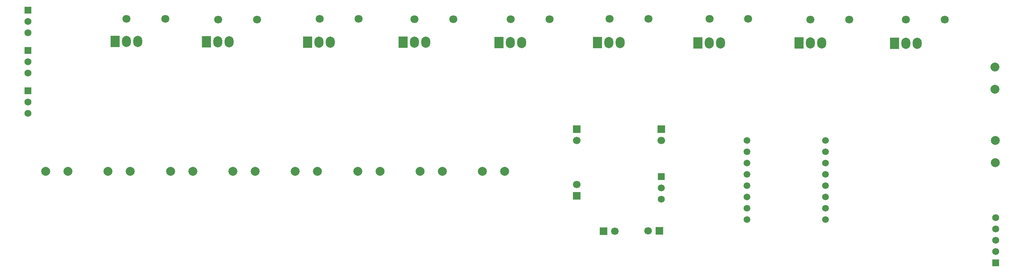
<source format=gbr>
%TF.GenerationSoftware,KiCad,Pcbnew,9.0.4*%
%TF.CreationDate,2025-10-20T22:53:34-05:00*%
%TF.ProjectId,PCB,5043422e-6b69-4636-9164-5f7063625858,rev?*%
%TF.SameCoordinates,Original*%
%TF.FileFunction,Soldermask,Bot*%
%TF.FilePolarity,Negative*%
%FSLAX46Y46*%
G04 Gerber Fmt 4.6, Leading zero omitted, Abs format (unit mm)*
G04 Created by KiCad (PCBNEW 9.0.4) date 2025-10-20 22:53:34*
%MOMM*%
%LPD*%
G01*
G04 APERTURE LIST*
%ADD10C,1.800000*%
%ADD11R,2.000000X2.500000*%
%ADD12O,2.000000X2.500000*%
%ADD13C,2.000000*%
%ADD14R,1.700000X1.700000*%
%ADD15C,1.700000*%
%ADD16R,1.570000X1.570000*%
%ADD17C,1.570000*%
%ADD18C,1.520000*%
G04 APERTURE END LIST*
D10*
%TO.C,D9*%
X245476000Y-49682400D03*
X236776000Y-49682400D03*
%TD*%
%TO.C,D8*%
X224038400Y-49682400D03*
X215338400Y-49682400D03*
%TD*%
%TO.C,D7*%
X201400400Y-49479200D03*
X192700400Y-49479200D03*
%TD*%
%TO.C,D6*%
X179010800Y-49479200D03*
X170310800Y-49479200D03*
%TD*%
%TO.C,D5*%
X156830000Y-49580800D03*
X148130000Y-49580800D03*
%TD*%
%TO.C,D4*%
X135240000Y-49580800D03*
X126540000Y-49580800D03*
%TD*%
%TO.C,D3*%
X113986800Y-49479200D03*
X105286800Y-49479200D03*
%TD*%
%TO.C,D2*%
X91196400Y-49631600D03*
X82496400Y-49631600D03*
%TD*%
%TO.C,D1*%
X70603600Y-49530000D03*
X61903600Y-49530000D03*
%TD*%
D11*
%TO.C,Q1*%
X59414400Y-54610000D03*
D12*
X61954400Y-54610000D03*
X64494400Y-54610000D03*
%TD*%
D11*
%TO.C,Q9*%
X234217200Y-55016400D03*
D12*
X236757200Y-55016400D03*
X239297200Y-55016400D03*
%TD*%
D11*
%TO.C,Q5*%
X145520400Y-54813200D03*
D12*
X148060400Y-54813200D03*
X150600400Y-54813200D03*
%TD*%
D13*
%TO.C,Fuente*%
X256747000Y-65328800D03*
X256747000Y-60328800D03*
%TD*%
D14*
%TO.C,P9*%
X181508400Y-97180400D03*
D15*
X178968400Y-97180400D03*
%TD*%
D13*
%TO.C,P4*%
X85789600Y-83820200D03*
X90789600Y-83820200D03*
%TD*%
D16*
%TO.C,P7*%
X39817600Y-56590400D03*
D17*
X39817600Y-59130400D03*
X39817600Y-61670400D03*
%TD*%
D13*
%TO.C,P3*%
X71789200Y-83819800D03*
X76789200Y-83819800D03*
%TD*%
D14*
%TO.C,P10*%
X168960800Y-97282000D03*
D15*
X171500800Y-97282000D03*
%TD*%
D18*
%TO.C,U1*%
X201117200Y-76860400D03*
X201117200Y-79400400D03*
X201117200Y-81940400D03*
X201117200Y-84480400D03*
X201117200Y-87020400D03*
X201117200Y-89560400D03*
X201117200Y-92100400D03*
X201117200Y-94640400D03*
%TD*%
D13*
%TO.C,5V*%
X256844800Y-81860400D03*
X256844800Y-76860400D03*
%TD*%
%TO.C,P1*%
X43789200Y-83819800D03*
X48789200Y-83819800D03*
%TD*%
%TO.C,P2*%
X57788800Y-83820000D03*
X62788800Y-83820000D03*
%TD*%
D11*
%TO.C,Q7*%
X190122800Y-54914800D03*
D12*
X192662800Y-54914800D03*
X195202800Y-54914800D03*
%TD*%
D13*
%TO.C,Add5*%
X141790600Y-83819600D03*
X146790600Y-83819600D03*
%TD*%
D18*
%TO.C,U2*%
X218757400Y-94640200D03*
X218757400Y-92100200D03*
X218757400Y-89560200D03*
X218757400Y-87020200D03*
X218757400Y-84480200D03*
X218757400Y-81940200D03*
X218757400Y-79400200D03*
X218757400Y-76860200D03*
%TD*%
D14*
%TO.C,R14*%
X162916000Y-74306600D03*
D15*
X162916000Y-76846600D03*
%TD*%
D16*
%TO.C,P12*%
X181915400Y-84927000D03*
D17*
X181915400Y-87467000D03*
X181915400Y-90007000D03*
%TD*%
D14*
%TO.C,P13*%
X162915600Y-89306400D03*
D15*
X162915600Y-86766400D03*
%TD*%
D16*
%TO.C,P6*%
X39817400Y-65670600D03*
D17*
X39817400Y-68210600D03*
X39817400Y-70750600D03*
%TD*%
D13*
%TO.C,Add12*%
X127790400Y-83819200D03*
X132790400Y-83819200D03*
%TD*%
D14*
%TO.C,P11*%
X181915800Y-74306600D03*
D15*
X181915800Y-76846600D03*
%TD*%
D11*
%TO.C,Q4*%
X123981200Y-54711600D03*
D12*
X126521200Y-54711600D03*
X129061200Y-54711600D03*
%TD*%
D11*
%TO.C,Q8*%
X212779600Y-54914800D03*
D12*
X215319600Y-54914800D03*
X217859600Y-54914800D03*
%TD*%
D11*
%TO.C,Q3*%
X102594400Y-54711600D03*
D12*
X105134400Y-54711600D03*
X107674400Y-54711600D03*
%TD*%
D16*
%TO.C,Q10*%
X256895600Y-104394000D03*
D17*
X256895600Y-101854000D03*
X256895600Y-99314000D03*
X256895600Y-96774000D03*
X256895600Y-94234000D03*
%TD*%
D13*
%TO.C,P5*%
X99789800Y-83819800D03*
X104789800Y-83819800D03*
%TD*%
D11*
%TO.C,Q6*%
X167618400Y-54864000D03*
D12*
X170158400Y-54864000D03*
X172698400Y-54864000D03*
%TD*%
D13*
%TO.C,Speaker*%
X113790000Y-83819400D03*
X118790000Y-83819400D03*
%TD*%
D11*
%TO.C,Q2*%
X79886800Y-54660800D03*
D12*
X82426800Y-54660800D03*
X84966800Y-54660800D03*
%TD*%
D16*
%TO.C,P8*%
X39817400Y-47510400D03*
D17*
X39817400Y-50050400D03*
X39817400Y-52590400D03*
%TD*%
M02*

</source>
